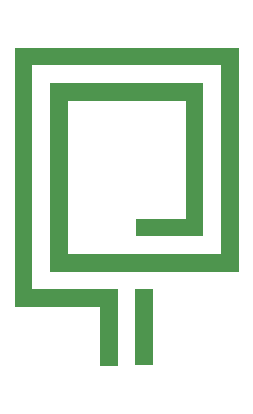
<source format=gbr>
G04 ===== Begin FILE IDENTIFICATION =====*
G04 File Format:  Gerber RS274X*
G04 ===== End FILE IDENTIFICATION =====*
%FSLAX24Y24*%
%MOIN*%
%SFA1.0000B1.0000*%
%OFA0.0B0.0*%
%ADD14C,0.023622*%
%ADD15R,0.058661X0.255512*%
%LNcond*%
%IPPOS*%
%LPD*%
G75*
D14*
X4319Y2638D03*
Y295D03*
D15*
X4317Y-691D03*
G36*
G01X0Y0D02*
G01X2850D01*
G01Y-1969D01*
G01X3437D01*
G01Y587D01*
G01X587D01*
G01Y8043D01*
G01X6870D01*
G01Y1760D01*
G01X1760D01*
G01Y6870D01*
G01X5697D01*
G01Y2933D01*
G01X4024D01*
G01Y2346D01*
G01X6283D01*
G01Y7457D01*
G01X1173D01*
G01Y1173D01*
G01X7457D01*
G01Y8630D01*
G01X0D01*
G01Y0D01*
G37*
M02*


</source>
